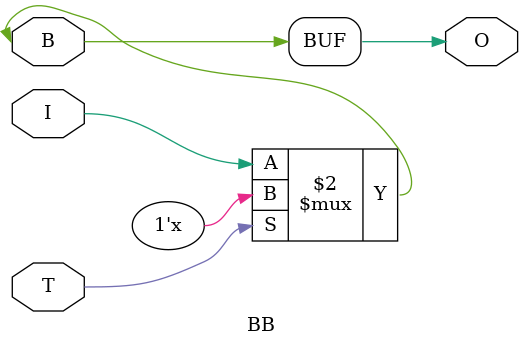
<source format=v>
`timescale 1ns/1ps
module BB(/*AUTOARG*/
    // Outputs
    O,
    // Inouts
    B,
    // Inputs
    I, T
    );
    input I, T;
    output O;
    inout  B;

    assign B = (T == 1'b1) ? 1'bZ : I;

    assign O = B;
endmodule // BB

</source>
